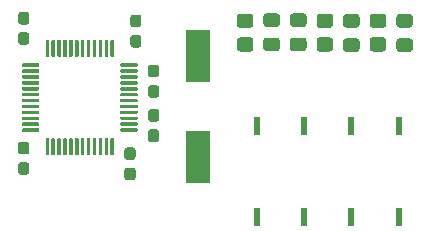
<source format=gtp>
G04 #@! TF.GenerationSoftware,KiCad,Pcbnew,(5.1.10)-1*
G04 #@! TF.CreationDate,2022-05-27T15:53:32+02:00*
G04 #@! TF.ProjectId,USB_RemoteControl_schematic,5553425f-5265-46d6-9f74-65436f6e7472,1*
G04 #@! TF.SameCoordinates,Original*
G04 #@! TF.FileFunction,Paste,Top*
G04 #@! TF.FilePolarity,Positive*
%FSLAX46Y46*%
G04 Gerber Fmt 4.6, Leading zero omitted, Abs format (unit mm)*
G04 Created by KiCad (PCBNEW (5.1.10)-1) date 2022-05-27 15:53:32*
%MOMM*%
%LPD*%
G01*
G04 APERTURE LIST*
%ADD10R,2.000000X4.500000*%
%ADD11R,0.600000X1.500000*%
G04 APERTURE END LIST*
G36*
G01*
X141049999Y-118725000D02*
X141950001Y-118725000D01*
G75*
G02*
X142200000Y-118974999I0J-249999D01*
G01*
X142200000Y-119625001D01*
G75*
G02*
X141950001Y-119875000I-249999J0D01*
G01*
X141049999Y-119875000D01*
G75*
G02*
X140800000Y-119625001I0J249999D01*
G01*
X140800000Y-118974999D01*
G75*
G02*
X141049999Y-118725000I249999J0D01*
G01*
G37*
G36*
G01*
X141049999Y-116675000D02*
X141950001Y-116675000D01*
G75*
G02*
X142200000Y-116924999I0J-249999D01*
G01*
X142200000Y-117575001D01*
G75*
G02*
X141950001Y-117825000I-249999J0D01*
G01*
X141049999Y-117825000D01*
G75*
G02*
X140800000Y-117575001I0J249999D01*
G01*
X140800000Y-116924999D01*
G75*
G02*
X141049999Y-116675000I249999J0D01*
G01*
G37*
G36*
G01*
X136549999Y-118725000D02*
X137450001Y-118725000D01*
G75*
G02*
X137700000Y-118974999I0J-249999D01*
G01*
X137700000Y-119625001D01*
G75*
G02*
X137450001Y-119875000I-249999J0D01*
G01*
X136549999Y-119875000D01*
G75*
G02*
X136300000Y-119625001I0J249999D01*
G01*
X136300000Y-118974999D01*
G75*
G02*
X136549999Y-118725000I249999J0D01*
G01*
G37*
G36*
G01*
X136549999Y-116675000D02*
X137450001Y-116675000D01*
G75*
G02*
X137700000Y-116924999I0J-249999D01*
G01*
X137700000Y-117575001D01*
G75*
G02*
X137450001Y-117825000I-249999J0D01*
G01*
X136549999Y-117825000D01*
G75*
G02*
X136300000Y-117575001I0J249999D01*
G01*
X136300000Y-116924999D01*
G75*
G02*
X136549999Y-116675000I249999J0D01*
G01*
G37*
G36*
G01*
X129799999Y-118675000D02*
X130700001Y-118675000D01*
G75*
G02*
X130950000Y-118924999I0J-249999D01*
G01*
X130950000Y-119575001D01*
G75*
G02*
X130700001Y-119825000I-249999J0D01*
G01*
X129799999Y-119825000D01*
G75*
G02*
X129550000Y-119575001I0J249999D01*
G01*
X129550000Y-118924999D01*
G75*
G02*
X129799999Y-118675000I249999J0D01*
G01*
G37*
G36*
G01*
X129799999Y-116625000D02*
X130700001Y-116625000D01*
G75*
G02*
X130950000Y-116874999I0J-249999D01*
G01*
X130950000Y-117525001D01*
G75*
G02*
X130700001Y-117775000I-249999J0D01*
G01*
X129799999Y-117775000D01*
G75*
G02*
X129550000Y-117525001I0J249999D01*
G01*
X129550000Y-116874999D01*
G75*
G02*
X129799999Y-116625000I249999J0D01*
G01*
G37*
G36*
G01*
X132049999Y-118675000D02*
X132950001Y-118675000D01*
G75*
G02*
X133200000Y-118924999I0J-249999D01*
G01*
X133200000Y-119575001D01*
G75*
G02*
X132950001Y-119825000I-249999J0D01*
G01*
X132049999Y-119825000D01*
G75*
G02*
X131800000Y-119575001I0J249999D01*
G01*
X131800000Y-118924999D01*
G75*
G02*
X132049999Y-118675000I249999J0D01*
G01*
G37*
G36*
G01*
X132049999Y-116625000D02*
X132950001Y-116625000D01*
G75*
G02*
X133200000Y-116874999I0J-249999D01*
G01*
X133200000Y-117525001D01*
G75*
G02*
X132950001Y-117775000I-249999J0D01*
G01*
X132049999Y-117775000D01*
G75*
G02*
X131800000Y-117525001I0J249999D01*
G01*
X131800000Y-116874999D01*
G75*
G02*
X132049999Y-116625000I249999J0D01*
G01*
G37*
G36*
G01*
X118987500Y-117787501D02*
X118512500Y-117787501D01*
G75*
G02*
X118275000Y-117550001I0J237500D01*
G01*
X118275000Y-116950001D01*
G75*
G02*
X118512500Y-116712501I237500J0D01*
G01*
X118987500Y-116712501D01*
G75*
G02*
X119225000Y-116950001I0J-237500D01*
G01*
X119225000Y-117550001D01*
G75*
G02*
X118987500Y-117787501I-237500J0D01*
G01*
G37*
G36*
G01*
X118987500Y-119512501D02*
X118512500Y-119512501D01*
G75*
G02*
X118275000Y-119275001I0J237500D01*
G01*
X118275000Y-118675001D01*
G75*
G02*
X118512500Y-118437501I237500J0D01*
G01*
X118987500Y-118437501D01*
G75*
G02*
X119225000Y-118675001I0J-237500D01*
G01*
X119225000Y-119275001D01*
G75*
G02*
X118987500Y-119512501I-237500J0D01*
G01*
G37*
G36*
G01*
X109487500Y-117562499D02*
X109012500Y-117562499D01*
G75*
G02*
X108775000Y-117324999I0J237500D01*
G01*
X108775000Y-116724999D01*
G75*
G02*
X109012500Y-116487499I237500J0D01*
G01*
X109487500Y-116487499D01*
G75*
G02*
X109725000Y-116724999I0J-237500D01*
G01*
X109725000Y-117324999D01*
G75*
G02*
X109487500Y-117562499I-237500J0D01*
G01*
G37*
G36*
G01*
X109487500Y-119287499D02*
X109012500Y-119287499D01*
G75*
G02*
X108775000Y-119049999I0J237500D01*
G01*
X108775000Y-118449999D01*
G75*
G02*
X109012500Y-118212499I237500J0D01*
G01*
X109487500Y-118212499D01*
G75*
G02*
X109725000Y-118449999I0J-237500D01*
G01*
X109725000Y-119049999D01*
G75*
G02*
X109487500Y-119287499I-237500J0D01*
G01*
G37*
G36*
G01*
X118012500Y-129687501D02*
X118487500Y-129687501D01*
G75*
G02*
X118725000Y-129925001I0J-237500D01*
G01*
X118725000Y-130525001D01*
G75*
G02*
X118487500Y-130762501I-237500J0D01*
G01*
X118012500Y-130762501D01*
G75*
G02*
X117775000Y-130525001I0J237500D01*
G01*
X117775000Y-129925001D01*
G75*
G02*
X118012500Y-129687501I237500J0D01*
G01*
G37*
G36*
G01*
X118012500Y-127962501D02*
X118487500Y-127962501D01*
G75*
G02*
X118725000Y-128200001I0J-237500D01*
G01*
X118725000Y-128800001D01*
G75*
G02*
X118487500Y-129037501I-237500J0D01*
G01*
X118012500Y-129037501D01*
G75*
G02*
X117775000Y-128800001I0J237500D01*
G01*
X117775000Y-128200001D01*
G75*
G02*
X118012500Y-127962501I237500J0D01*
G01*
G37*
G36*
G01*
X109012500Y-129212499D02*
X109487500Y-129212499D01*
G75*
G02*
X109725000Y-129449999I0J-237500D01*
G01*
X109725000Y-130049999D01*
G75*
G02*
X109487500Y-130287499I-237500J0D01*
G01*
X109012500Y-130287499D01*
G75*
G02*
X108775000Y-130049999I0J237500D01*
G01*
X108775000Y-129449999D01*
G75*
G02*
X109012500Y-129212499I237500J0D01*
G01*
G37*
G36*
G01*
X109012500Y-127487499D02*
X109487500Y-127487499D01*
G75*
G02*
X109725000Y-127724999I0J-237500D01*
G01*
X109725000Y-128324999D01*
G75*
G02*
X109487500Y-128562499I-237500J0D01*
G01*
X109012500Y-128562499D01*
G75*
G02*
X108775000Y-128324999I0J237500D01*
G01*
X108775000Y-127724999D01*
G75*
G02*
X109012500Y-127487499I237500J0D01*
G01*
G37*
D10*
X124000000Y-120250000D03*
X124000000Y-128750000D03*
G36*
G01*
X116900000Y-127250000D02*
X116900000Y-128575000D01*
G75*
G02*
X116825000Y-128650000I-75000J0D01*
G01*
X116675000Y-128650000D01*
G75*
G02*
X116600000Y-128575000I0J75000D01*
G01*
X116600000Y-127250000D01*
G75*
G02*
X116675000Y-127175000I75000J0D01*
G01*
X116825000Y-127175000D01*
G75*
G02*
X116900000Y-127250000I0J-75000D01*
G01*
G37*
G36*
G01*
X116400000Y-127250000D02*
X116400000Y-128575000D01*
G75*
G02*
X116325000Y-128650000I-75000J0D01*
G01*
X116175000Y-128650000D01*
G75*
G02*
X116100000Y-128575000I0J75000D01*
G01*
X116100000Y-127250000D01*
G75*
G02*
X116175000Y-127175000I75000J0D01*
G01*
X116325000Y-127175000D01*
G75*
G02*
X116400000Y-127250000I0J-75000D01*
G01*
G37*
G36*
G01*
X115900000Y-127250000D02*
X115900000Y-128575000D01*
G75*
G02*
X115825000Y-128650000I-75000J0D01*
G01*
X115675000Y-128650000D01*
G75*
G02*
X115600000Y-128575000I0J75000D01*
G01*
X115600000Y-127250000D01*
G75*
G02*
X115675000Y-127175000I75000J0D01*
G01*
X115825000Y-127175000D01*
G75*
G02*
X115900000Y-127250000I0J-75000D01*
G01*
G37*
G36*
G01*
X115400000Y-127250000D02*
X115400000Y-128575000D01*
G75*
G02*
X115325000Y-128650000I-75000J0D01*
G01*
X115175000Y-128650000D01*
G75*
G02*
X115100000Y-128575000I0J75000D01*
G01*
X115100000Y-127250000D01*
G75*
G02*
X115175000Y-127175000I75000J0D01*
G01*
X115325000Y-127175000D01*
G75*
G02*
X115400000Y-127250000I0J-75000D01*
G01*
G37*
G36*
G01*
X114900000Y-127250000D02*
X114900000Y-128575000D01*
G75*
G02*
X114825000Y-128650000I-75000J0D01*
G01*
X114675000Y-128650000D01*
G75*
G02*
X114600000Y-128575000I0J75000D01*
G01*
X114600000Y-127250000D01*
G75*
G02*
X114675000Y-127175000I75000J0D01*
G01*
X114825000Y-127175000D01*
G75*
G02*
X114900000Y-127250000I0J-75000D01*
G01*
G37*
G36*
G01*
X114400000Y-127250000D02*
X114400000Y-128575000D01*
G75*
G02*
X114325000Y-128650000I-75000J0D01*
G01*
X114175000Y-128650000D01*
G75*
G02*
X114100000Y-128575000I0J75000D01*
G01*
X114100000Y-127250000D01*
G75*
G02*
X114175000Y-127175000I75000J0D01*
G01*
X114325000Y-127175000D01*
G75*
G02*
X114400000Y-127250000I0J-75000D01*
G01*
G37*
G36*
G01*
X113900000Y-127250000D02*
X113900000Y-128575000D01*
G75*
G02*
X113825000Y-128650000I-75000J0D01*
G01*
X113675000Y-128650000D01*
G75*
G02*
X113600000Y-128575000I0J75000D01*
G01*
X113600000Y-127250000D01*
G75*
G02*
X113675000Y-127175000I75000J0D01*
G01*
X113825000Y-127175000D01*
G75*
G02*
X113900000Y-127250000I0J-75000D01*
G01*
G37*
G36*
G01*
X113400000Y-127250000D02*
X113400000Y-128575000D01*
G75*
G02*
X113325000Y-128650000I-75000J0D01*
G01*
X113175000Y-128650000D01*
G75*
G02*
X113100000Y-128575000I0J75000D01*
G01*
X113100000Y-127250000D01*
G75*
G02*
X113175000Y-127175000I75000J0D01*
G01*
X113325000Y-127175000D01*
G75*
G02*
X113400000Y-127250000I0J-75000D01*
G01*
G37*
G36*
G01*
X112900000Y-127250000D02*
X112900000Y-128575000D01*
G75*
G02*
X112825000Y-128650000I-75000J0D01*
G01*
X112675000Y-128650000D01*
G75*
G02*
X112600000Y-128575000I0J75000D01*
G01*
X112600000Y-127250000D01*
G75*
G02*
X112675000Y-127175000I75000J0D01*
G01*
X112825000Y-127175000D01*
G75*
G02*
X112900000Y-127250000I0J-75000D01*
G01*
G37*
G36*
G01*
X112400000Y-127250000D02*
X112400000Y-128575000D01*
G75*
G02*
X112325000Y-128650000I-75000J0D01*
G01*
X112175000Y-128650000D01*
G75*
G02*
X112100000Y-128575000I0J75000D01*
G01*
X112100000Y-127250000D01*
G75*
G02*
X112175000Y-127175000I75000J0D01*
G01*
X112325000Y-127175000D01*
G75*
G02*
X112400000Y-127250000I0J-75000D01*
G01*
G37*
G36*
G01*
X111900000Y-127250000D02*
X111900000Y-128575000D01*
G75*
G02*
X111825000Y-128650000I-75000J0D01*
G01*
X111675000Y-128650000D01*
G75*
G02*
X111600000Y-128575000I0J75000D01*
G01*
X111600000Y-127250000D01*
G75*
G02*
X111675000Y-127175000I75000J0D01*
G01*
X111825000Y-127175000D01*
G75*
G02*
X111900000Y-127250000I0J-75000D01*
G01*
G37*
G36*
G01*
X111400000Y-127250000D02*
X111400000Y-128575000D01*
G75*
G02*
X111325000Y-128650000I-75000J0D01*
G01*
X111175000Y-128650000D01*
G75*
G02*
X111100000Y-128575000I0J75000D01*
G01*
X111100000Y-127250000D01*
G75*
G02*
X111175000Y-127175000I75000J0D01*
G01*
X111325000Y-127175000D01*
G75*
G02*
X111400000Y-127250000I0J-75000D01*
G01*
G37*
G36*
G01*
X110575000Y-126425000D02*
X110575000Y-126575000D01*
G75*
G02*
X110500000Y-126650000I-75000J0D01*
G01*
X109175000Y-126650000D01*
G75*
G02*
X109100000Y-126575000I0J75000D01*
G01*
X109100000Y-126425000D01*
G75*
G02*
X109175000Y-126350000I75000J0D01*
G01*
X110500000Y-126350000D01*
G75*
G02*
X110575000Y-126425000I0J-75000D01*
G01*
G37*
G36*
G01*
X110575000Y-125925000D02*
X110575000Y-126075000D01*
G75*
G02*
X110500000Y-126150000I-75000J0D01*
G01*
X109175000Y-126150000D01*
G75*
G02*
X109100000Y-126075000I0J75000D01*
G01*
X109100000Y-125925000D01*
G75*
G02*
X109175000Y-125850000I75000J0D01*
G01*
X110500000Y-125850000D01*
G75*
G02*
X110575000Y-125925000I0J-75000D01*
G01*
G37*
G36*
G01*
X110575000Y-125425000D02*
X110575000Y-125575000D01*
G75*
G02*
X110500000Y-125650000I-75000J0D01*
G01*
X109175000Y-125650000D01*
G75*
G02*
X109100000Y-125575000I0J75000D01*
G01*
X109100000Y-125425000D01*
G75*
G02*
X109175000Y-125350000I75000J0D01*
G01*
X110500000Y-125350000D01*
G75*
G02*
X110575000Y-125425000I0J-75000D01*
G01*
G37*
G36*
G01*
X110575000Y-124925000D02*
X110575000Y-125075000D01*
G75*
G02*
X110500000Y-125150000I-75000J0D01*
G01*
X109175000Y-125150000D01*
G75*
G02*
X109100000Y-125075000I0J75000D01*
G01*
X109100000Y-124925000D01*
G75*
G02*
X109175000Y-124850000I75000J0D01*
G01*
X110500000Y-124850000D01*
G75*
G02*
X110575000Y-124925000I0J-75000D01*
G01*
G37*
G36*
G01*
X110575000Y-124425000D02*
X110575000Y-124575000D01*
G75*
G02*
X110500000Y-124650000I-75000J0D01*
G01*
X109175000Y-124650000D01*
G75*
G02*
X109100000Y-124575000I0J75000D01*
G01*
X109100000Y-124425000D01*
G75*
G02*
X109175000Y-124350000I75000J0D01*
G01*
X110500000Y-124350000D01*
G75*
G02*
X110575000Y-124425000I0J-75000D01*
G01*
G37*
G36*
G01*
X110575000Y-123925000D02*
X110575000Y-124075000D01*
G75*
G02*
X110500000Y-124150000I-75000J0D01*
G01*
X109175000Y-124150000D01*
G75*
G02*
X109100000Y-124075000I0J75000D01*
G01*
X109100000Y-123925000D01*
G75*
G02*
X109175000Y-123850000I75000J0D01*
G01*
X110500000Y-123850000D01*
G75*
G02*
X110575000Y-123925000I0J-75000D01*
G01*
G37*
G36*
G01*
X110575000Y-123425000D02*
X110575000Y-123575000D01*
G75*
G02*
X110500000Y-123650000I-75000J0D01*
G01*
X109175000Y-123650000D01*
G75*
G02*
X109100000Y-123575000I0J75000D01*
G01*
X109100000Y-123425000D01*
G75*
G02*
X109175000Y-123350000I75000J0D01*
G01*
X110500000Y-123350000D01*
G75*
G02*
X110575000Y-123425000I0J-75000D01*
G01*
G37*
G36*
G01*
X110575000Y-122925000D02*
X110575000Y-123075000D01*
G75*
G02*
X110500000Y-123150000I-75000J0D01*
G01*
X109175000Y-123150000D01*
G75*
G02*
X109100000Y-123075000I0J75000D01*
G01*
X109100000Y-122925000D01*
G75*
G02*
X109175000Y-122850000I75000J0D01*
G01*
X110500000Y-122850000D01*
G75*
G02*
X110575000Y-122925000I0J-75000D01*
G01*
G37*
G36*
G01*
X110575000Y-122425000D02*
X110575000Y-122575000D01*
G75*
G02*
X110500000Y-122650000I-75000J0D01*
G01*
X109175000Y-122650000D01*
G75*
G02*
X109100000Y-122575000I0J75000D01*
G01*
X109100000Y-122425000D01*
G75*
G02*
X109175000Y-122350000I75000J0D01*
G01*
X110500000Y-122350000D01*
G75*
G02*
X110575000Y-122425000I0J-75000D01*
G01*
G37*
G36*
G01*
X110575000Y-121925000D02*
X110575000Y-122075000D01*
G75*
G02*
X110500000Y-122150000I-75000J0D01*
G01*
X109175000Y-122150000D01*
G75*
G02*
X109100000Y-122075000I0J75000D01*
G01*
X109100000Y-121925000D01*
G75*
G02*
X109175000Y-121850000I75000J0D01*
G01*
X110500000Y-121850000D01*
G75*
G02*
X110575000Y-121925000I0J-75000D01*
G01*
G37*
G36*
G01*
X110575000Y-121425000D02*
X110575000Y-121575000D01*
G75*
G02*
X110500000Y-121650000I-75000J0D01*
G01*
X109175000Y-121650000D01*
G75*
G02*
X109100000Y-121575000I0J75000D01*
G01*
X109100000Y-121425000D01*
G75*
G02*
X109175000Y-121350000I75000J0D01*
G01*
X110500000Y-121350000D01*
G75*
G02*
X110575000Y-121425000I0J-75000D01*
G01*
G37*
G36*
G01*
X110575000Y-120925000D02*
X110575000Y-121075000D01*
G75*
G02*
X110500000Y-121150000I-75000J0D01*
G01*
X109175000Y-121150000D01*
G75*
G02*
X109100000Y-121075000I0J75000D01*
G01*
X109100000Y-120925000D01*
G75*
G02*
X109175000Y-120850000I75000J0D01*
G01*
X110500000Y-120850000D01*
G75*
G02*
X110575000Y-120925000I0J-75000D01*
G01*
G37*
G36*
G01*
X111400000Y-118925000D02*
X111400000Y-120250000D01*
G75*
G02*
X111325000Y-120325000I-75000J0D01*
G01*
X111175000Y-120325000D01*
G75*
G02*
X111100000Y-120250000I0J75000D01*
G01*
X111100000Y-118925000D01*
G75*
G02*
X111175000Y-118850000I75000J0D01*
G01*
X111325000Y-118850000D01*
G75*
G02*
X111400000Y-118925000I0J-75000D01*
G01*
G37*
G36*
G01*
X111900000Y-118925000D02*
X111900000Y-120250000D01*
G75*
G02*
X111825000Y-120325000I-75000J0D01*
G01*
X111675000Y-120325000D01*
G75*
G02*
X111600000Y-120250000I0J75000D01*
G01*
X111600000Y-118925000D01*
G75*
G02*
X111675000Y-118850000I75000J0D01*
G01*
X111825000Y-118850000D01*
G75*
G02*
X111900000Y-118925000I0J-75000D01*
G01*
G37*
G36*
G01*
X112400000Y-118925000D02*
X112400000Y-120250000D01*
G75*
G02*
X112325000Y-120325000I-75000J0D01*
G01*
X112175000Y-120325000D01*
G75*
G02*
X112100000Y-120250000I0J75000D01*
G01*
X112100000Y-118925000D01*
G75*
G02*
X112175000Y-118850000I75000J0D01*
G01*
X112325000Y-118850000D01*
G75*
G02*
X112400000Y-118925000I0J-75000D01*
G01*
G37*
G36*
G01*
X112900000Y-118925000D02*
X112900000Y-120250000D01*
G75*
G02*
X112825000Y-120325000I-75000J0D01*
G01*
X112675000Y-120325000D01*
G75*
G02*
X112600000Y-120250000I0J75000D01*
G01*
X112600000Y-118925000D01*
G75*
G02*
X112675000Y-118850000I75000J0D01*
G01*
X112825000Y-118850000D01*
G75*
G02*
X112900000Y-118925000I0J-75000D01*
G01*
G37*
G36*
G01*
X113400000Y-118925000D02*
X113400000Y-120250000D01*
G75*
G02*
X113325000Y-120325000I-75000J0D01*
G01*
X113175000Y-120325000D01*
G75*
G02*
X113100000Y-120250000I0J75000D01*
G01*
X113100000Y-118925000D01*
G75*
G02*
X113175000Y-118850000I75000J0D01*
G01*
X113325000Y-118850000D01*
G75*
G02*
X113400000Y-118925000I0J-75000D01*
G01*
G37*
G36*
G01*
X113900000Y-118925000D02*
X113900000Y-120250000D01*
G75*
G02*
X113825000Y-120325000I-75000J0D01*
G01*
X113675000Y-120325000D01*
G75*
G02*
X113600000Y-120250000I0J75000D01*
G01*
X113600000Y-118925000D01*
G75*
G02*
X113675000Y-118850000I75000J0D01*
G01*
X113825000Y-118850000D01*
G75*
G02*
X113900000Y-118925000I0J-75000D01*
G01*
G37*
G36*
G01*
X114400000Y-118925000D02*
X114400000Y-120250000D01*
G75*
G02*
X114325000Y-120325000I-75000J0D01*
G01*
X114175000Y-120325000D01*
G75*
G02*
X114100000Y-120250000I0J75000D01*
G01*
X114100000Y-118925000D01*
G75*
G02*
X114175000Y-118850000I75000J0D01*
G01*
X114325000Y-118850000D01*
G75*
G02*
X114400000Y-118925000I0J-75000D01*
G01*
G37*
G36*
G01*
X114900000Y-118925000D02*
X114900000Y-120250000D01*
G75*
G02*
X114825000Y-120325000I-75000J0D01*
G01*
X114675000Y-120325000D01*
G75*
G02*
X114600000Y-120250000I0J75000D01*
G01*
X114600000Y-118925000D01*
G75*
G02*
X114675000Y-118850000I75000J0D01*
G01*
X114825000Y-118850000D01*
G75*
G02*
X114900000Y-118925000I0J-75000D01*
G01*
G37*
G36*
G01*
X115400000Y-118925000D02*
X115400000Y-120250000D01*
G75*
G02*
X115325000Y-120325000I-75000J0D01*
G01*
X115175000Y-120325000D01*
G75*
G02*
X115100000Y-120250000I0J75000D01*
G01*
X115100000Y-118925000D01*
G75*
G02*
X115175000Y-118850000I75000J0D01*
G01*
X115325000Y-118850000D01*
G75*
G02*
X115400000Y-118925000I0J-75000D01*
G01*
G37*
G36*
G01*
X115900000Y-118925000D02*
X115900000Y-120250000D01*
G75*
G02*
X115825000Y-120325000I-75000J0D01*
G01*
X115675000Y-120325000D01*
G75*
G02*
X115600000Y-120250000I0J75000D01*
G01*
X115600000Y-118925000D01*
G75*
G02*
X115675000Y-118850000I75000J0D01*
G01*
X115825000Y-118850000D01*
G75*
G02*
X115900000Y-118925000I0J-75000D01*
G01*
G37*
G36*
G01*
X116400000Y-118925000D02*
X116400000Y-120250000D01*
G75*
G02*
X116325000Y-120325000I-75000J0D01*
G01*
X116175000Y-120325000D01*
G75*
G02*
X116100000Y-120250000I0J75000D01*
G01*
X116100000Y-118925000D01*
G75*
G02*
X116175000Y-118850000I75000J0D01*
G01*
X116325000Y-118850000D01*
G75*
G02*
X116400000Y-118925000I0J-75000D01*
G01*
G37*
G36*
G01*
X116900000Y-118925000D02*
X116900000Y-120250000D01*
G75*
G02*
X116825000Y-120325000I-75000J0D01*
G01*
X116675000Y-120325000D01*
G75*
G02*
X116600000Y-120250000I0J75000D01*
G01*
X116600000Y-118925000D01*
G75*
G02*
X116675000Y-118850000I75000J0D01*
G01*
X116825000Y-118850000D01*
G75*
G02*
X116900000Y-118925000I0J-75000D01*
G01*
G37*
G36*
G01*
X118900000Y-120925000D02*
X118900000Y-121075000D01*
G75*
G02*
X118825000Y-121150000I-75000J0D01*
G01*
X117500000Y-121150000D01*
G75*
G02*
X117425000Y-121075000I0J75000D01*
G01*
X117425000Y-120925000D01*
G75*
G02*
X117500000Y-120850000I75000J0D01*
G01*
X118825000Y-120850000D01*
G75*
G02*
X118900000Y-120925000I0J-75000D01*
G01*
G37*
G36*
G01*
X118900000Y-121425000D02*
X118900000Y-121575000D01*
G75*
G02*
X118825000Y-121650000I-75000J0D01*
G01*
X117500000Y-121650000D01*
G75*
G02*
X117425000Y-121575000I0J75000D01*
G01*
X117425000Y-121425000D01*
G75*
G02*
X117500000Y-121350000I75000J0D01*
G01*
X118825000Y-121350000D01*
G75*
G02*
X118900000Y-121425000I0J-75000D01*
G01*
G37*
G36*
G01*
X118900000Y-121925000D02*
X118900000Y-122075000D01*
G75*
G02*
X118825000Y-122150000I-75000J0D01*
G01*
X117500000Y-122150000D01*
G75*
G02*
X117425000Y-122075000I0J75000D01*
G01*
X117425000Y-121925000D01*
G75*
G02*
X117500000Y-121850000I75000J0D01*
G01*
X118825000Y-121850000D01*
G75*
G02*
X118900000Y-121925000I0J-75000D01*
G01*
G37*
G36*
G01*
X118900000Y-122425000D02*
X118900000Y-122575000D01*
G75*
G02*
X118825000Y-122650000I-75000J0D01*
G01*
X117500000Y-122650000D01*
G75*
G02*
X117425000Y-122575000I0J75000D01*
G01*
X117425000Y-122425000D01*
G75*
G02*
X117500000Y-122350000I75000J0D01*
G01*
X118825000Y-122350000D01*
G75*
G02*
X118900000Y-122425000I0J-75000D01*
G01*
G37*
G36*
G01*
X118900000Y-122925000D02*
X118900000Y-123075000D01*
G75*
G02*
X118825000Y-123150000I-75000J0D01*
G01*
X117500000Y-123150000D01*
G75*
G02*
X117425000Y-123075000I0J75000D01*
G01*
X117425000Y-122925000D01*
G75*
G02*
X117500000Y-122850000I75000J0D01*
G01*
X118825000Y-122850000D01*
G75*
G02*
X118900000Y-122925000I0J-75000D01*
G01*
G37*
G36*
G01*
X118900000Y-123425000D02*
X118900000Y-123575000D01*
G75*
G02*
X118825000Y-123650000I-75000J0D01*
G01*
X117500000Y-123650000D01*
G75*
G02*
X117425000Y-123575000I0J75000D01*
G01*
X117425000Y-123425000D01*
G75*
G02*
X117500000Y-123350000I75000J0D01*
G01*
X118825000Y-123350000D01*
G75*
G02*
X118900000Y-123425000I0J-75000D01*
G01*
G37*
G36*
G01*
X118900000Y-123925000D02*
X118900000Y-124075000D01*
G75*
G02*
X118825000Y-124150000I-75000J0D01*
G01*
X117500000Y-124150000D01*
G75*
G02*
X117425000Y-124075000I0J75000D01*
G01*
X117425000Y-123925000D01*
G75*
G02*
X117500000Y-123850000I75000J0D01*
G01*
X118825000Y-123850000D01*
G75*
G02*
X118900000Y-123925000I0J-75000D01*
G01*
G37*
G36*
G01*
X118900000Y-124425000D02*
X118900000Y-124575000D01*
G75*
G02*
X118825000Y-124650000I-75000J0D01*
G01*
X117500000Y-124650000D01*
G75*
G02*
X117425000Y-124575000I0J75000D01*
G01*
X117425000Y-124425000D01*
G75*
G02*
X117500000Y-124350000I75000J0D01*
G01*
X118825000Y-124350000D01*
G75*
G02*
X118900000Y-124425000I0J-75000D01*
G01*
G37*
G36*
G01*
X118900000Y-124925000D02*
X118900000Y-125075000D01*
G75*
G02*
X118825000Y-125150000I-75000J0D01*
G01*
X117500000Y-125150000D01*
G75*
G02*
X117425000Y-125075000I0J75000D01*
G01*
X117425000Y-124925000D01*
G75*
G02*
X117500000Y-124850000I75000J0D01*
G01*
X118825000Y-124850000D01*
G75*
G02*
X118900000Y-124925000I0J-75000D01*
G01*
G37*
G36*
G01*
X118900000Y-125425000D02*
X118900000Y-125575000D01*
G75*
G02*
X118825000Y-125650000I-75000J0D01*
G01*
X117500000Y-125650000D01*
G75*
G02*
X117425000Y-125575000I0J75000D01*
G01*
X117425000Y-125425000D01*
G75*
G02*
X117500000Y-125350000I75000J0D01*
G01*
X118825000Y-125350000D01*
G75*
G02*
X118900000Y-125425000I0J-75000D01*
G01*
G37*
G36*
G01*
X118900000Y-125925000D02*
X118900000Y-126075000D01*
G75*
G02*
X118825000Y-126150000I-75000J0D01*
G01*
X117500000Y-126150000D01*
G75*
G02*
X117425000Y-126075000I0J75000D01*
G01*
X117425000Y-125925000D01*
G75*
G02*
X117500000Y-125850000I75000J0D01*
G01*
X118825000Y-125850000D01*
G75*
G02*
X118900000Y-125925000I0J-75000D01*
G01*
G37*
G36*
G01*
X118900000Y-126425000D02*
X118900000Y-126575000D01*
G75*
G02*
X118825000Y-126650000I-75000J0D01*
G01*
X117500000Y-126650000D01*
G75*
G02*
X117425000Y-126575000I0J75000D01*
G01*
X117425000Y-126425000D01*
G75*
G02*
X117500000Y-126350000I75000J0D01*
G01*
X118825000Y-126350000D01*
G75*
G02*
X118900000Y-126425000I0J-75000D01*
G01*
G37*
D11*
X141000000Y-133825000D03*
X141000000Y-126175000D03*
X137000000Y-133825000D03*
X137000000Y-126175000D03*
X129000000Y-126175000D03*
X129000000Y-133825000D03*
X133000000Y-133825000D03*
X133000000Y-126175000D03*
G36*
G01*
X138799999Y-118650000D02*
X139700001Y-118650000D01*
G75*
G02*
X139950000Y-118899999I0J-249999D01*
G01*
X139950000Y-119600001D01*
G75*
G02*
X139700001Y-119850000I-249999J0D01*
G01*
X138799999Y-119850000D01*
G75*
G02*
X138550000Y-119600001I0J249999D01*
G01*
X138550000Y-118899999D01*
G75*
G02*
X138799999Y-118650000I249999J0D01*
G01*
G37*
G36*
G01*
X138799999Y-116650000D02*
X139700001Y-116650000D01*
G75*
G02*
X139950000Y-116899999I0J-249999D01*
G01*
X139950000Y-117600001D01*
G75*
G02*
X139700001Y-117850000I-249999J0D01*
G01*
X138799999Y-117850000D01*
G75*
G02*
X138550000Y-117600001I0J249999D01*
G01*
X138550000Y-116899999D01*
G75*
G02*
X138799999Y-116650000I249999J0D01*
G01*
G37*
G36*
G01*
X134299999Y-118650000D02*
X135200001Y-118650000D01*
G75*
G02*
X135450000Y-118899999I0J-249999D01*
G01*
X135450000Y-119600001D01*
G75*
G02*
X135200001Y-119850000I-249999J0D01*
G01*
X134299999Y-119850000D01*
G75*
G02*
X134050000Y-119600001I0J249999D01*
G01*
X134050000Y-118899999D01*
G75*
G02*
X134299999Y-118650000I249999J0D01*
G01*
G37*
G36*
G01*
X134299999Y-116650000D02*
X135200001Y-116650000D01*
G75*
G02*
X135450000Y-116899999I0J-249999D01*
G01*
X135450000Y-117600001D01*
G75*
G02*
X135200001Y-117850000I-249999J0D01*
G01*
X134299999Y-117850000D01*
G75*
G02*
X134050000Y-117600001I0J249999D01*
G01*
X134050000Y-116899999D01*
G75*
G02*
X134299999Y-116650000I249999J0D01*
G01*
G37*
G36*
G01*
X127549999Y-118650000D02*
X128450001Y-118650000D01*
G75*
G02*
X128700000Y-118899999I0J-249999D01*
G01*
X128700000Y-119600001D01*
G75*
G02*
X128450001Y-119850000I-249999J0D01*
G01*
X127549999Y-119850000D01*
G75*
G02*
X127300000Y-119600001I0J249999D01*
G01*
X127300000Y-118899999D01*
G75*
G02*
X127549999Y-118650000I249999J0D01*
G01*
G37*
G36*
G01*
X127549999Y-116650000D02*
X128450001Y-116650000D01*
G75*
G02*
X128700000Y-116899999I0J-249999D01*
G01*
X128700000Y-117600001D01*
G75*
G02*
X128450001Y-117850000I-249999J0D01*
G01*
X127549999Y-117850000D01*
G75*
G02*
X127300000Y-117600001I0J249999D01*
G01*
X127300000Y-116899999D01*
G75*
G02*
X127549999Y-116650000I249999J0D01*
G01*
G37*
G36*
G01*
X120487500Y-122037501D02*
X120012500Y-122037501D01*
G75*
G02*
X119775000Y-121800001I0J237500D01*
G01*
X119775000Y-121200001D01*
G75*
G02*
X120012500Y-120962501I237500J0D01*
G01*
X120487500Y-120962501D01*
G75*
G02*
X120725000Y-121200001I0J-237500D01*
G01*
X120725000Y-121800001D01*
G75*
G02*
X120487500Y-122037501I-237500J0D01*
G01*
G37*
G36*
G01*
X120487500Y-123762501D02*
X120012500Y-123762501D01*
G75*
G02*
X119775000Y-123525001I0J237500D01*
G01*
X119775000Y-122925001D01*
G75*
G02*
X120012500Y-122687501I237500J0D01*
G01*
X120487500Y-122687501D01*
G75*
G02*
X120725000Y-122925001I0J-237500D01*
G01*
X120725000Y-123525001D01*
G75*
G02*
X120487500Y-123762501I-237500J0D01*
G01*
G37*
G36*
G01*
X120012500Y-126437500D02*
X120487500Y-126437500D01*
G75*
G02*
X120725000Y-126675000I0J-237500D01*
G01*
X120725000Y-127275000D01*
G75*
G02*
X120487500Y-127512500I-237500J0D01*
G01*
X120012500Y-127512500D01*
G75*
G02*
X119775000Y-127275000I0J237500D01*
G01*
X119775000Y-126675000D01*
G75*
G02*
X120012500Y-126437500I237500J0D01*
G01*
G37*
G36*
G01*
X120012500Y-124712500D02*
X120487500Y-124712500D01*
G75*
G02*
X120725000Y-124950000I0J-237500D01*
G01*
X120725000Y-125550000D01*
G75*
G02*
X120487500Y-125787500I-237500J0D01*
G01*
X120012500Y-125787500D01*
G75*
G02*
X119775000Y-125550000I0J237500D01*
G01*
X119775000Y-124950000D01*
G75*
G02*
X120012500Y-124712500I237500J0D01*
G01*
G37*
M02*

</source>
